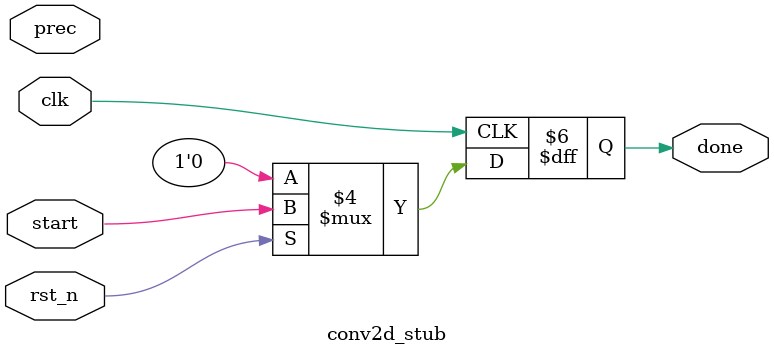
<source format=sv>
module conv2d_stub(
  input  logic clk,
  input  logic rst_n,
  input  logic start,
  input  logic [1:0] prec,
  output logic done
);
  always_ff @(posedge clk) begin
    if (!rst_n) done <= 1'b0;
    else done <= start;
  end
endmodule

</source>
